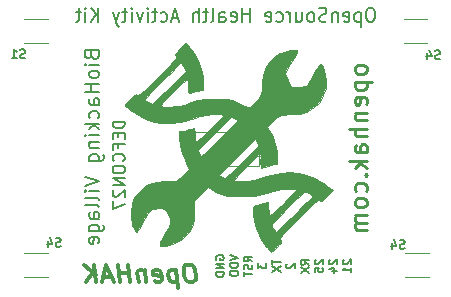
<source format=gbr>
G04 #@! TF.GenerationSoftware,KiCad,Pcbnew,(5.0.1-3-g963ef8bb5)*
G04 #@! TF.CreationDate,2019-06-17T11:31:16-10:00*
G04 #@! TF.ProjectId,OpenHAK_03,4F70656E48414B5F30332E6B69636164,rev?*
G04 #@! TF.SameCoordinates,Original*
G04 #@! TF.FileFunction,Legend,Bot*
G04 #@! TF.FilePolarity,Positive*
%FSLAX46Y46*%
G04 Gerber Fmt 4.6, Leading zero omitted, Abs format (unit mm)*
G04 Created by KiCad (PCBNEW (5.0.1-3-g963ef8bb5)) date Monday, June 17, 2019 at 11:31:16 AM*
%MOMM*%
%LPD*%
G01*
G04 APERTURE LIST*
%ADD10C,0.200000*%
%ADD11C,0.150000*%
%ADD12C,0.250000*%
%ADD13C,0.300000*%
%ADD14C,0.100000*%
%ADD15C,0.120000*%
%ADD16C,0.010000*%
G04 APERTURE END LIST*
D10*
X131752380Y-95977142D02*
X130752380Y-95977142D01*
X130752380Y-96215238D01*
X130800000Y-96358095D01*
X130895238Y-96453333D01*
X130990476Y-96500952D01*
X131180952Y-96548571D01*
X131323809Y-96548571D01*
X131514285Y-96500952D01*
X131609523Y-96453333D01*
X131704761Y-96358095D01*
X131752380Y-96215238D01*
X131752380Y-95977142D01*
X131228571Y-96977142D02*
X131228571Y-97310476D01*
X131752380Y-97453333D02*
X131752380Y-96977142D01*
X130752380Y-96977142D01*
X130752380Y-97453333D01*
X131228571Y-98215238D02*
X131228571Y-97881904D01*
X131752380Y-97881904D02*
X130752380Y-97881904D01*
X130752380Y-98358095D01*
X131657142Y-99310476D02*
X131704761Y-99262857D01*
X131752380Y-99120000D01*
X131752380Y-99024761D01*
X131704761Y-98881904D01*
X131609523Y-98786666D01*
X131514285Y-98739047D01*
X131323809Y-98691428D01*
X131180952Y-98691428D01*
X130990476Y-98739047D01*
X130895238Y-98786666D01*
X130800000Y-98881904D01*
X130752380Y-99024761D01*
X130752380Y-99120000D01*
X130800000Y-99262857D01*
X130847619Y-99310476D01*
X130752380Y-99929523D02*
X130752380Y-100120000D01*
X130800000Y-100215238D01*
X130895238Y-100310476D01*
X131085714Y-100358095D01*
X131419047Y-100358095D01*
X131609523Y-100310476D01*
X131704761Y-100215238D01*
X131752380Y-100120000D01*
X131752380Y-99929523D01*
X131704761Y-99834285D01*
X131609523Y-99739047D01*
X131419047Y-99691428D01*
X131085714Y-99691428D01*
X130895238Y-99739047D01*
X130800000Y-99834285D01*
X130752380Y-99929523D01*
X131752380Y-100786666D02*
X130752380Y-100786666D01*
X131752380Y-101358095D01*
X130752380Y-101358095D01*
X130847619Y-101786666D02*
X130800000Y-101834285D01*
X130752380Y-101929523D01*
X130752380Y-102167619D01*
X130800000Y-102262857D01*
X130847619Y-102310476D01*
X130942857Y-102358095D01*
X131038095Y-102358095D01*
X131180952Y-102310476D01*
X131752380Y-101739047D01*
X131752380Y-102358095D01*
X130752380Y-102691428D02*
X130752380Y-103358095D01*
X131752380Y-102929523D01*
D11*
X139490880Y-107660526D02*
X139457546Y-107593860D01*
X139457546Y-107493860D01*
X139490880Y-107393860D01*
X139557546Y-107327193D01*
X139624213Y-107293860D01*
X139757546Y-107260526D01*
X139857546Y-107260526D01*
X139990880Y-107293860D01*
X140057546Y-107327193D01*
X140124213Y-107393860D01*
X140157546Y-107493860D01*
X140157546Y-107560526D01*
X140124213Y-107660526D01*
X140090880Y-107693860D01*
X139857546Y-107693860D01*
X139857546Y-107560526D01*
X140157546Y-107993860D02*
X139457546Y-107993860D01*
X140157546Y-108393860D01*
X139457546Y-108393860D01*
X140157546Y-108727193D02*
X139457546Y-108727193D01*
X139457546Y-108893860D01*
X139490880Y-108993860D01*
X139557546Y-109060526D01*
X139624213Y-109093860D01*
X139757546Y-109127193D01*
X139857546Y-109127193D01*
X139990880Y-109093860D01*
X140057546Y-109060526D01*
X140124213Y-108993860D01*
X140157546Y-108893860D01*
X140157546Y-108727193D01*
X140657546Y-107260526D02*
X141357546Y-107493860D01*
X140657546Y-107727193D01*
X141357546Y-107960526D02*
X140657546Y-107960526D01*
X140657546Y-108127193D01*
X140690880Y-108227193D01*
X140757546Y-108293860D01*
X140824213Y-108327193D01*
X140957546Y-108360526D01*
X141057546Y-108360526D01*
X141190880Y-108327193D01*
X141257546Y-108293860D01*
X141324213Y-108227193D01*
X141357546Y-108127193D01*
X141357546Y-107960526D01*
X141357546Y-108660526D02*
X140657546Y-108660526D01*
X140657546Y-108827193D01*
X140690880Y-108927193D01*
X140757546Y-108993860D01*
X140824213Y-109027193D01*
X140957546Y-109060526D01*
X141057546Y-109060526D01*
X141190880Y-109027193D01*
X141257546Y-108993860D01*
X141324213Y-108927193D01*
X141357546Y-108827193D01*
X141357546Y-108660526D01*
X142557546Y-107810526D02*
X142224213Y-107577193D01*
X142557546Y-107410526D02*
X141857546Y-107410526D01*
X141857546Y-107677193D01*
X141890880Y-107743860D01*
X141924213Y-107777193D01*
X141990880Y-107810526D01*
X142090880Y-107810526D01*
X142157546Y-107777193D01*
X142190880Y-107743860D01*
X142224213Y-107677193D01*
X142224213Y-107410526D01*
X142524213Y-108077193D02*
X142557546Y-108177193D01*
X142557546Y-108343860D01*
X142524213Y-108410526D01*
X142490880Y-108443860D01*
X142424213Y-108477193D01*
X142357546Y-108477193D01*
X142290880Y-108443860D01*
X142257546Y-108410526D01*
X142224213Y-108343860D01*
X142190880Y-108210526D01*
X142157546Y-108143860D01*
X142124213Y-108110526D01*
X142057546Y-108077193D01*
X141990880Y-108077193D01*
X141924213Y-108110526D01*
X141890880Y-108143860D01*
X141857546Y-108210526D01*
X141857546Y-108377193D01*
X141890880Y-108477193D01*
X141857546Y-108677193D02*
X141857546Y-109077193D01*
X142557546Y-108877193D02*
X141857546Y-108877193D01*
X143057546Y-107960526D02*
X143057546Y-108393860D01*
X143324213Y-108160526D01*
X143324213Y-108260526D01*
X143357546Y-108327193D01*
X143390880Y-108360526D01*
X143457546Y-108393860D01*
X143624213Y-108393860D01*
X143690880Y-108360526D01*
X143724213Y-108327193D01*
X143757546Y-108260526D01*
X143757546Y-108060526D01*
X143724213Y-107993860D01*
X143690880Y-107960526D01*
X144257546Y-107660526D02*
X144257546Y-108060526D01*
X144957546Y-107860526D02*
X144257546Y-107860526D01*
X144257546Y-108227193D02*
X144957546Y-108693860D01*
X144257546Y-108693860D02*
X144957546Y-108227193D01*
X145524213Y-107993860D02*
X145490880Y-108027193D01*
X145457546Y-108093860D01*
X145457546Y-108260526D01*
X145490880Y-108327193D01*
X145524213Y-108360526D01*
X145590880Y-108393860D01*
X145657546Y-108393860D01*
X145757546Y-108360526D01*
X146157546Y-107960526D01*
X146157546Y-108393860D01*
X147357546Y-108077193D02*
X147024213Y-107843860D01*
X147357546Y-107677193D02*
X146657546Y-107677193D01*
X146657546Y-107943860D01*
X146690880Y-108010526D01*
X146724213Y-108043860D01*
X146790880Y-108077193D01*
X146890880Y-108077193D01*
X146957546Y-108043860D01*
X146990880Y-108010526D01*
X147024213Y-107943860D01*
X147024213Y-107677193D01*
X146657546Y-108310526D02*
X147357546Y-108777193D01*
X146657546Y-108777193D02*
X147357546Y-108310526D01*
X147924213Y-107660526D02*
X147890880Y-107693860D01*
X147857546Y-107760526D01*
X147857546Y-107927193D01*
X147890880Y-107993860D01*
X147924213Y-108027193D01*
X147990880Y-108060526D01*
X148057546Y-108060526D01*
X148157546Y-108027193D01*
X148557546Y-107627193D01*
X148557546Y-108060526D01*
X147857546Y-108693860D02*
X147857546Y-108360526D01*
X148190880Y-108327193D01*
X148157546Y-108360526D01*
X148124213Y-108427193D01*
X148124213Y-108593860D01*
X148157546Y-108660526D01*
X148190880Y-108693860D01*
X148257546Y-108727193D01*
X148424213Y-108727193D01*
X148490880Y-108693860D01*
X148524213Y-108660526D01*
X148557546Y-108593860D01*
X148557546Y-108427193D01*
X148524213Y-108360526D01*
X148490880Y-108327193D01*
X149124213Y-107660526D02*
X149090880Y-107693860D01*
X149057546Y-107760526D01*
X149057546Y-107927193D01*
X149090880Y-107993860D01*
X149124213Y-108027193D01*
X149190880Y-108060526D01*
X149257546Y-108060526D01*
X149357546Y-108027193D01*
X149757546Y-107627193D01*
X149757546Y-108060526D01*
X149290880Y-108660526D02*
X149757546Y-108660526D01*
X149024213Y-108493860D02*
X149524213Y-108327193D01*
X149524213Y-108760526D01*
X150324213Y-107660526D02*
X150290880Y-107693860D01*
X150257546Y-107760526D01*
X150257546Y-107927193D01*
X150290880Y-107993860D01*
X150324213Y-108027193D01*
X150390880Y-108060526D01*
X150457546Y-108060526D01*
X150557546Y-108027193D01*
X150957546Y-107627193D01*
X150957546Y-108060526D01*
X150957546Y-108727193D02*
X150957546Y-108327193D01*
X150957546Y-108527193D02*
X150257546Y-108527193D01*
X150357546Y-108460526D01*
X150424213Y-108393860D01*
X150457546Y-108327193D01*
D10*
X128954285Y-90348571D02*
X129011428Y-90520000D01*
X129068571Y-90577142D01*
X129182857Y-90634285D01*
X129354285Y-90634285D01*
X129468571Y-90577142D01*
X129525714Y-90520000D01*
X129582857Y-90405714D01*
X129582857Y-89948571D01*
X128382857Y-89948571D01*
X128382857Y-90348571D01*
X128440000Y-90462857D01*
X128497142Y-90520000D01*
X128611428Y-90577142D01*
X128725714Y-90577142D01*
X128840000Y-90520000D01*
X128897142Y-90462857D01*
X128954285Y-90348571D01*
X128954285Y-89948571D01*
X129582857Y-91148571D02*
X128782857Y-91148571D01*
X128382857Y-91148571D02*
X128440000Y-91091428D01*
X128497142Y-91148571D01*
X128440000Y-91205714D01*
X128382857Y-91148571D01*
X128497142Y-91148571D01*
X129582857Y-91891428D02*
X129525714Y-91777142D01*
X129468571Y-91720000D01*
X129354285Y-91662857D01*
X129011428Y-91662857D01*
X128897142Y-91720000D01*
X128840000Y-91777142D01*
X128782857Y-91891428D01*
X128782857Y-92062857D01*
X128840000Y-92177142D01*
X128897142Y-92234285D01*
X129011428Y-92291428D01*
X129354285Y-92291428D01*
X129468571Y-92234285D01*
X129525714Y-92177142D01*
X129582857Y-92062857D01*
X129582857Y-91891428D01*
X129582857Y-92805714D02*
X128382857Y-92805714D01*
X128954285Y-92805714D02*
X128954285Y-93491428D01*
X129582857Y-93491428D02*
X128382857Y-93491428D01*
X129582857Y-94577142D02*
X128954285Y-94577142D01*
X128840000Y-94520000D01*
X128782857Y-94405714D01*
X128782857Y-94177142D01*
X128840000Y-94062857D01*
X129525714Y-94577142D02*
X129582857Y-94462857D01*
X129582857Y-94177142D01*
X129525714Y-94062857D01*
X129411428Y-94005714D01*
X129297142Y-94005714D01*
X129182857Y-94062857D01*
X129125714Y-94177142D01*
X129125714Y-94462857D01*
X129068571Y-94577142D01*
X129525714Y-95662857D02*
X129582857Y-95548571D01*
X129582857Y-95320000D01*
X129525714Y-95205714D01*
X129468571Y-95148571D01*
X129354285Y-95091428D01*
X129011428Y-95091428D01*
X128897142Y-95148571D01*
X128840000Y-95205714D01*
X128782857Y-95320000D01*
X128782857Y-95548571D01*
X128840000Y-95662857D01*
X129582857Y-96177142D02*
X128382857Y-96177142D01*
X129125714Y-96291428D02*
X129582857Y-96634285D01*
X128782857Y-96634285D02*
X129240000Y-96177142D01*
X129582857Y-97148571D02*
X128782857Y-97148571D01*
X128382857Y-97148571D02*
X128440000Y-97091428D01*
X128497142Y-97148571D01*
X128440000Y-97205714D01*
X128382857Y-97148571D01*
X128497142Y-97148571D01*
X128782857Y-97720000D02*
X129582857Y-97720000D01*
X128897142Y-97720000D02*
X128840000Y-97777142D01*
X128782857Y-97891428D01*
X128782857Y-98062857D01*
X128840000Y-98177142D01*
X128954285Y-98234285D01*
X129582857Y-98234285D01*
X128782857Y-99320000D02*
X129754285Y-99320000D01*
X129868571Y-99262857D01*
X129925714Y-99205714D01*
X129982857Y-99091428D01*
X129982857Y-98920000D01*
X129925714Y-98805714D01*
X129525714Y-99320000D02*
X129582857Y-99205714D01*
X129582857Y-98977142D01*
X129525714Y-98862857D01*
X129468571Y-98805714D01*
X129354285Y-98748571D01*
X129011428Y-98748571D01*
X128897142Y-98805714D01*
X128840000Y-98862857D01*
X128782857Y-98977142D01*
X128782857Y-99205714D01*
X128840000Y-99320000D01*
X128382857Y-100634285D02*
X129582857Y-101034285D01*
X128382857Y-101434285D01*
X129582857Y-101834285D02*
X128782857Y-101834285D01*
X128382857Y-101834285D02*
X128440000Y-101777142D01*
X128497142Y-101834285D01*
X128440000Y-101891428D01*
X128382857Y-101834285D01*
X128497142Y-101834285D01*
X129582857Y-102577142D02*
X129525714Y-102462857D01*
X129411428Y-102405714D01*
X128382857Y-102405714D01*
X129582857Y-103205714D02*
X129525714Y-103091428D01*
X129411428Y-103034285D01*
X128382857Y-103034285D01*
X129582857Y-104177142D02*
X128954285Y-104177142D01*
X128840000Y-104120000D01*
X128782857Y-104005714D01*
X128782857Y-103777142D01*
X128840000Y-103662857D01*
X129525714Y-104177142D02*
X129582857Y-104062857D01*
X129582857Y-103777142D01*
X129525714Y-103662857D01*
X129411428Y-103605714D01*
X129297142Y-103605714D01*
X129182857Y-103662857D01*
X129125714Y-103777142D01*
X129125714Y-104062857D01*
X129068571Y-104177142D01*
X128782857Y-105262857D02*
X129754285Y-105262857D01*
X129868571Y-105205714D01*
X129925714Y-105148571D01*
X129982857Y-105034285D01*
X129982857Y-104862857D01*
X129925714Y-104748571D01*
X129525714Y-105262857D02*
X129582857Y-105148571D01*
X129582857Y-104920000D01*
X129525714Y-104805714D01*
X129468571Y-104748571D01*
X129354285Y-104691428D01*
X129011428Y-104691428D01*
X128897142Y-104748571D01*
X128840000Y-104805714D01*
X128782857Y-104920000D01*
X128782857Y-105148571D01*
X128840000Y-105262857D01*
X129525714Y-106291428D02*
X129582857Y-106177142D01*
X129582857Y-105948571D01*
X129525714Y-105834285D01*
X129411428Y-105777142D01*
X128954285Y-105777142D01*
X128840000Y-105834285D01*
X128782857Y-105948571D01*
X128782857Y-106177142D01*
X128840000Y-106291428D01*
X128954285Y-106348571D01*
X129068571Y-106348571D01*
X129182857Y-105777142D01*
D12*
X152244451Y-91443860D02*
X152173022Y-91301002D01*
X152101594Y-91229574D01*
X151958737Y-91158145D01*
X151530165Y-91158145D01*
X151387308Y-91229574D01*
X151315880Y-91301002D01*
X151244451Y-91443860D01*
X151244451Y-91658145D01*
X151315880Y-91801002D01*
X151387308Y-91872431D01*
X151530165Y-91943860D01*
X151958737Y-91943860D01*
X152101594Y-91872431D01*
X152173022Y-91801002D01*
X152244451Y-91658145D01*
X152244451Y-91443860D01*
X151244451Y-92586717D02*
X152744451Y-92586717D01*
X151315880Y-92586717D02*
X151244451Y-92729574D01*
X151244451Y-93015288D01*
X151315880Y-93158145D01*
X151387308Y-93229574D01*
X151530165Y-93301002D01*
X151958737Y-93301002D01*
X152101594Y-93229574D01*
X152173022Y-93158145D01*
X152244451Y-93015288D01*
X152244451Y-92729574D01*
X152173022Y-92586717D01*
X152173022Y-94515288D02*
X152244451Y-94372431D01*
X152244451Y-94086717D01*
X152173022Y-93943860D01*
X152030165Y-93872431D01*
X151458737Y-93872431D01*
X151315880Y-93943860D01*
X151244451Y-94086717D01*
X151244451Y-94372431D01*
X151315880Y-94515288D01*
X151458737Y-94586717D01*
X151601594Y-94586717D01*
X151744451Y-93872431D01*
X151244451Y-95229574D02*
X152244451Y-95229574D01*
X151387308Y-95229574D02*
X151315880Y-95301002D01*
X151244451Y-95443860D01*
X151244451Y-95658145D01*
X151315880Y-95801002D01*
X151458737Y-95872431D01*
X152244451Y-95872431D01*
X152244451Y-96586717D02*
X150744451Y-96586717D01*
X152244451Y-97229574D02*
X151458737Y-97229574D01*
X151315880Y-97158145D01*
X151244451Y-97015288D01*
X151244451Y-96801002D01*
X151315880Y-96658145D01*
X151387308Y-96586717D01*
X152244451Y-98586717D02*
X151458737Y-98586717D01*
X151315880Y-98515288D01*
X151244451Y-98372431D01*
X151244451Y-98086717D01*
X151315880Y-97943860D01*
X152173022Y-98586717D02*
X152244451Y-98443860D01*
X152244451Y-98086717D01*
X152173022Y-97943860D01*
X152030165Y-97872431D01*
X151887308Y-97872431D01*
X151744451Y-97943860D01*
X151673022Y-98086717D01*
X151673022Y-98443860D01*
X151601594Y-98586717D01*
X152244451Y-99301002D02*
X150744451Y-99301002D01*
X151673022Y-99443860D02*
X152244451Y-99872431D01*
X151244451Y-99872431D02*
X151815880Y-99301002D01*
X152101594Y-100515288D02*
X152173022Y-100586717D01*
X152244451Y-100515288D01*
X152173022Y-100443860D01*
X152101594Y-100515288D01*
X152244451Y-100515288D01*
X152173022Y-101872431D02*
X152244451Y-101729574D01*
X152244451Y-101443860D01*
X152173022Y-101301002D01*
X152101594Y-101229574D01*
X151958737Y-101158145D01*
X151530165Y-101158145D01*
X151387308Y-101229574D01*
X151315880Y-101301002D01*
X151244451Y-101443860D01*
X151244451Y-101729574D01*
X151315880Y-101872431D01*
X152244451Y-102729574D02*
X152173022Y-102586717D01*
X152101594Y-102515288D01*
X151958737Y-102443860D01*
X151530165Y-102443860D01*
X151387308Y-102515288D01*
X151315880Y-102586717D01*
X151244451Y-102729574D01*
X151244451Y-102943860D01*
X151315880Y-103086717D01*
X151387308Y-103158145D01*
X151530165Y-103229574D01*
X151958737Y-103229574D01*
X152101594Y-103158145D01*
X152173022Y-103086717D01*
X152244451Y-102943860D01*
X152244451Y-102729574D01*
X152244451Y-103872431D02*
X151244451Y-103872431D01*
X151387308Y-103872431D02*
X151315880Y-103943860D01*
X151244451Y-104086717D01*
X151244451Y-104301002D01*
X151315880Y-104443860D01*
X151458737Y-104515288D01*
X152244451Y-104515288D01*
X151458737Y-104515288D02*
X151315880Y-104586717D01*
X151244451Y-104729574D01*
X151244451Y-104943860D01*
X151315880Y-105086717D01*
X151458737Y-105158145D01*
X152244451Y-105158145D01*
D10*
X152675714Y-86332857D02*
X152466190Y-86332857D01*
X152361428Y-86390000D01*
X152256666Y-86504285D01*
X152204285Y-86732857D01*
X152204285Y-87132857D01*
X152256666Y-87361428D01*
X152361428Y-87475714D01*
X152466190Y-87532857D01*
X152675714Y-87532857D01*
X152780476Y-87475714D01*
X152885238Y-87361428D01*
X152937619Y-87132857D01*
X152937619Y-86732857D01*
X152885238Y-86504285D01*
X152780476Y-86390000D01*
X152675714Y-86332857D01*
X151732857Y-86732857D02*
X151732857Y-87932857D01*
X151732857Y-86790000D02*
X151628095Y-86732857D01*
X151418571Y-86732857D01*
X151313809Y-86790000D01*
X151261428Y-86847142D01*
X151209047Y-86961428D01*
X151209047Y-87304285D01*
X151261428Y-87418571D01*
X151313809Y-87475714D01*
X151418571Y-87532857D01*
X151628095Y-87532857D01*
X151732857Y-87475714D01*
X150318571Y-87475714D02*
X150423333Y-87532857D01*
X150632857Y-87532857D01*
X150737619Y-87475714D01*
X150790000Y-87361428D01*
X150790000Y-86904285D01*
X150737619Y-86790000D01*
X150632857Y-86732857D01*
X150423333Y-86732857D01*
X150318571Y-86790000D01*
X150266190Y-86904285D01*
X150266190Y-87018571D01*
X150790000Y-87132857D01*
X149794761Y-86732857D02*
X149794761Y-87532857D01*
X149794761Y-86847142D02*
X149742380Y-86790000D01*
X149637619Y-86732857D01*
X149480476Y-86732857D01*
X149375714Y-86790000D01*
X149323333Y-86904285D01*
X149323333Y-87532857D01*
X148851904Y-87475714D02*
X148694761Y-87532857D01*
X148432857Y-87532857D01*
X148328095Y-87475714D01*
X148275714Y-87418571D01*
X148223333Y-87304285D01*
X148223333Y-87190000D01*
X148275714Y-87075714D01*
X148328095Y-87018571D01*
X148432857Y-86961428D01*
X148642380Y-86904285D01*
X148747142Y-86847142D01*
X148799523Y-86790000D01*
X148851904Y-86675714D01*
X148851904Y-86561428D01*
X148799523Y-86447142D01*
X148747142Y-86390000D01*
X148642380Y-86332857D01*
X148380476Y-86332857D01*
X148223333Y-86390000D01*
X147594761Y-87532857D02*
X147699523Y-87475714D01*
X147751904Y-87418571D01*
X147804285Y-87304285D01*
X147804285Y-86961428D01*
X147751904Y-86847142D01*
X147699523Y-86790000D01*
X147594761Y-86732857D01*
X147437619Y-86732857D01*
X147332857Y-86790000D01*
X147280476Y-86847142D01*
X147228095Y-86961428D01*
X147228095Y-87304285D01*
X147280476Y-87418571D01*
X147332857Y-87475714D01*
X147437619Y-87532857D01*
X147594761Y-87532857D01*
X146285238Y-86732857D02*
X146285238Y-87532857D01*
X146756666Y-86732857D02*
X146756666Y-87361428D01*
X146704285Y-87475714D01*
X146599523Y-87532857D01*
X146442380Y-87532857D01*
X146337619Y-87475714D01*
X146285238Y-87418571D01*
X145761428Y-87532857D02*
X145761428Y-86732857D01*
X145761428Y-86961428D02*
X145709047Y-86847142D01*
X145656666Y-86790000D01*
X145551904Y-86732857D01*
X145447142Y-86732857D01*
X144609047Y-87475714D02*
X144713809Y-87532857D01*
X144923333Y-87532857D01*
X145028095Y-87475714D01*
X145080476Y-87418571D01*
X145132857Y-87304285D01*
X145132857Y-86961428D01*
X145080476Y-86847142D01*
X145028095Y-86790000D01*
X144923333Y-86732857D01*
X144713809Y-86732857D01*
X144609047Y-86790000D01*
X143718571Y-87475714D02*
X143823333Y-87532857D01*
X144032857Y-87532857D01*
X144137619Y-87475714D01*
X144190000Y-87361428D01*
X144190000Y-86904285D01*
X144137619Y-86790000D01*
X144032857Y-86732857D01*
X143823333Y-86732857D01*
X143718571Y-86790000D01*
X143666190Y-86904285D01*
X143666190Y-87018571D01*
X144190000Y-87132857D01*
X142356666Y-87532857D02*
X142356666Y-86332857D01*
X142356666Y-86904285D02*
X141728095Y-86904285D01*
X141728095Y-87532857D02*
X141728095Y-86332857D01*
X140785238Y-87475714D02*
X140890000Y-87532857D01*
X141099523Y-87532857D01*
X141204285Y-87475714D01*
X141256666Y-87361428D01*
X141256666Y-86904285D01*
X141204285Y-86790000D01*
X141099523Y-86732857D01*
X140890000Y-86732857D01*
X140785238Y-86790000D01*
X140732857Y-86904285D01*
X140732857Y-87018571D01*
X141256666Y-87132857D01*
X139790000Y-87532857D02*
X139790000Y-86904285D01*
X139842380Y-86790000D01*
X139947142Y-86732857D01*
X140156666Y-86732857D01*
X140261428Y-86790000D01*
X139790000Y-87475714D02*
X139894761Y-87532857D01*
X140156666Y-87532857D01*
X140261428Y-87475714D01*
X140313809Y-87361428D01*
X140313809Y-87247142D01*
X140261428Y-87132857D01*
X140156666Y-87075714D01*
X139894761Y-87075714D01*
X139790000Y-87018571D01*
X139109047Y-87532857D02*
X139213809Y-87475714D01*
X139266190Y-87361428D01*
X139266190Y-86332857D01*
X138847142Y-86732857D02*
X138428095Y-86732857D01*
X138690000Y-86332857D02*
X138690000Y-87361428D01*
X138637619Y-87475714D01*
X138532857Y-87532857D01*
X138428095Y-87532857D01*
X138061428Y-87532857D02*
X138061428Y-86332857D01*
X137590000Y-87532857D02*
X137590000Y-86904285D01*
X137642380Y-86790000D01*
X137747142Y-86732857D01*
X137904285Y-86732857D01*
X138009047Y-86790000D01*
X138061428Y-86847142D01*
X136280476Y-87190000D02*
X135756666Y-87190000D01*
X136385238Y-87532857D02*
X136018571Y-86332857D01*
X135651904Y-87532857D01*
X134813809Y-87475714D02*
X134918571Y-87532857D01*
X135128095Y-87532857D01*
X135232857Y-87475714D01*
X135285238Y-87418571D01*
X135337619Y-87304285D01*
X135337619Y-86961428D01*
X135285238Y-86847142D01*
X135232857Y-86790000D01*
X135128095Y-86732857D01*
X134918571Y-86732857D01*
X134813809Y-86790000D01*
X134499523Y-86732857D02*
X134080476Y-86732857D01*
X134342380Y-86332857D02*
X134342380Y-87361428D01*
X134290000Y-87475714D01*
X134185238Y-87532857D01*
X134080476Y-87532857D01*
X133713809Y-87532857D02*
X133713809Y-86732857D01*
X133713809Y-86332857D02*
X133766190Y-86390000D01*
X133713809Y-86447142D01*
X133661428Y-86390000D01*
X133713809Y-86332857D01*
X133713809Y-86447142D01*
X133294761Y-86732857D02*
X133032857Y-87532857D01*
X132770952Y-86732857D01*
X132351904Y-87532857D02*
X132351904Y-86732857D01*
X132351904Y-86332857D02*
X132404285Y-86390000D01*
X132351904Y-86447142D01*
X132299523Y-86390000D01*
X132351904Y-86332857D01*
X132351904Y-86447142D01*
X131985238Y-86732857D02*
X131566190Y-86732857D01*
X131828095Y-86332857D02*
X131828095Y-87361428D01*
X131775714Y-87475714D01*
X131670952Y-87532857D01*
X131566190Y-87532857D01*
X131304285Y-86732857D02*
X131042380Y-87532857D01*
X130780476Y-86732857D02*
X131042380Y-87532857D01*
X131147142Y-87818571D01*
X131199523Y-87875714D01*
X131304285Y-87932857D01*
X129523333Y-87532857D02*
X129523333Y-86332857D01*
X128894761Y-87532857D02*
X129366190Y-86847142D01*
X128894761Y-86332857D02*
X129523333Y-87018571D01*
X128423333Y-87532857D02*
X128423333Y-86732857D01*
X128423333Y-86332857D02*
X128475714Y-86390000D01*
X128423333Y-86447142D01*
X128370952Y-86390000D01*
X128423333Y-86332857D01*
X128423333Y-86447142D01*
X128056666Y-86732857D02*
X127637619Y-86732857D01*
X127899523Y-86332857D02*
X127899523Y-87361428D01*
X127847142Y-87475714D01*
X127742380Y-87532857D01*
X127637619Y-87532857D01*
D13*
X137330880Y-108072431D02*
X137045165Y-108072431D01*
X136911237Y-108143860D01*
X136786237Y-108286717D01*
X136750522Y-108572431D01*
X136813022Y-109072431D01*
X136920165Y-109358145D01*
X137080880Y-109501002D01*
X137232665Y-109572431D01*
X137518380Y-109572431D01*
X137652308Y-109501002D01*
X137777308Y-109358145D01*
X137813022Y-109072431D01*
X137750522Y-108572431D01*
X137643380Y-108286717D01*
X137482665Y-108143860D01*
X137330880Y-108072431D01*
X136107665Y-108572431D02*
X136295165Y-110072431D01*
X136116594Y-108643860D02*
X135964808Y-108572431D01*
X135679094Y-108572431D01*
X135545165Y-108643860D01*
X135482665Y-108715288D01*
X135429094Y-108858145D01*
X135482665Y-109286717D01*
X135571951Y-109429574D01*
X135652308Y-109501002D01*
X135804094Y-109572431D01*
X136089808Y-109572431D01*
X136223737Y-109501002D01*
X134295165Y-109501002D02*
X134446951Y-109572431D01*
X134732665Y-109572431D01*
X134866594Y-109501002D01*
X134920165Y-109358145D01*
X134848737Y-108786717D01*
X134759451Y-108643860D01*
X134607665Y-108572431D01*
X134321951Y-108572431D01*
X134188022Y-108643860D01*
X134134451Y-108786717D01*
X134152308Y-108929574D01*
X134884451Y-109072431D01*
X133464808Y-108572431D02*
X133589808Y-109572431D01*
X133482665Y-108715288D02*
X133402308Y-108643860D01*
X133250522Y-108572431D01*
X133036237Y-108572431D01*
X132902308Y-108643860D01*
X132848737Y-108786717D01*
X132946951Y-109572431D01*
X132232665Y-109572431D02*
X132045165Y-108072431D01*
X132134451Y-108786717D02*
X131277308Y-108786717D01*
X131375522Y-109572431D02*
X131188022Y-108072431D01*
X130679094Y-109143860D02*
X129964808Y-109143860D01*
X130875522Y-109572431D02*
X130188022Y-108072431D01*
X129875522Y-109572431D01*
X129375522Y-109572431D02*
X129188022Y-108072431D01*
X128518380Y-109572431D02*
X129054094Y-108715288D01*
X128330880Y-108072431D02*
X129295165Y-108929574D01*
D14*
G04 #@! TO.C,U2*
X143103880Y-96836860D02*
X137703880Y-96836860D01*
X143103880Y-99736860D02*
X143103880Y-96836860D01*
X137703880Y-96836860D02*
X137703880Y-99736860D01*
X137703880Y-99736860D02*
X143103880Y-99736860D01*
D15*
G04 #@! TO.C,S4*
X157392880Y-89307860D02*
X155392880Y-89307860D01*
X155392880Y-87267860D02*
X157392880Y-87267860D01*
X157519880Y-109119860D02*
X155519880Y-109119860D01*
X155519880Y-107079860D02*
X157519880Y-107079860D01*
X125261880Y-109119860D02*
X123261880Y-109119860D01*
X123261880Y-107079860D02*
X125261880Y-107079860D01*
G04 #@! TO.C,S1*
X125261880Y-89307860D02*
X123261880Y-89307860D01*
X123261880Y-87267860D02*
X125261880Y-87267860D01*
D16*
G04 #@! TO.C,G\002A\002A\002A*
G36*
X148920400Y-101428344D02*
X148605974Y-101201917D01*
X148221900Y-100966103D01*
X147881183Y-100786779D01*
X147139876Y-100484022D01*
X146433001Y-100300507D01*
X145727035Y-100235236D01*
X144988456Y-100287211D01*
X144183740Y-100455432D01*
X143518000Y-100656828D01*
X143027877Y-100814485D01*
X142645434Y-100919414D01*
X142321159Y-100981851D01*
X142005539Y-101012033D01*
X141764114Y-101019439D01*
X141434952Y-101016327D01*
X141173064Y-101000404D01*
X141022825Y-100974809D01*
X141006227Y-100965783D01*
X141045675Y-100892921D01*
X141184546Y-100724528D01*
X141400904Y-100483165D01*
X141672813Y-100191391D01*
X141978334Y-99871767D01*
X142295532Y-99546851D01*
X142602469Y-99239204D01*
X142877208Y-98971386D01*
X143097813Y-98765957D01*
X143242347Y-98645476D01*
X143283990Y-98623333D01*
X143315100Y-98701033D01*
X143338020Y-98906355D01*
X143348445Y-99197634D01*
X143348666Y-99249455D01*
X143348666Y-99875577D01*
X143864210Y-99715122D01*
X144161323Y-99630310D01*
X144412129Y-99572154D01*
X144541543Y-99554666D01*
X144638571Y-99530215D01*
X144687176Y-99429678D01*
X144702778Y-99212285D01*
X144703333Y-99126880D01*
X144650646Y-98524262D01*
X144506128Y-97873619D01*
X144290096Y-97253800D01*
X144139442Y-96938404D01*
X143845840Y-96396475D01*
X144253420Y-95979539D01*
X144486633Y-95751912D01*
X144696728Y-95565580D01*
X144830333Y-95466126D01*
X144983420Y-95424608D01*
X145261398Y-95389502D01*
X145619836Y-95365368D01*
X145888666Y-95357525D01*
X146314254Y-95346577D01*
X146622277Y-95321244D01*
X146864424Y-95272273D01*
X147092385Y-95190412D01*
X147266355Y-95110911D01*
X147817075Y-94759983D01*
X148261757Y-94300920D01*
X148589464Y-93760454D01*
X148789258Y-93165320D01*
X148850203Y-92542251D01*
X148761363Y-91917983D01*
X148677054Y-91662634D01*
X148553614Y-91359136D01*
X148451652Y-91169800D01*
X148353342Y-91100786D01*
X148240859Y-91158254D01*
X148096378Y-91348361D01*
X147902075Y-91677269D01*
X147728523Y-91990388D01*
X147176983Y-92993000D01*
X146505118Y-93017354D01*
X145833254Y-93041709D01*
X145605696Y-92461703D01*
X145378139Y-91881698D01*
X145887403Y-90941652D01*
X146080435Y-90580704D01*
X146239885Y-90273734D01*
X146350297Y-90051142D01*
X146396215Y-89943330D01*
X146396666Y-89939893D01*
X146321857Y-89903182D01*
X146126149Y-89902333D01*
X145852626Y-89930973D01*
X145544371Y-89982725D01*
X145244466Y-90051215D01*
X144995994Y-90130067D01*
X144934894Y-90156206D01*
X144407735Y-90493622D01*
X143970144Y-90952454D01*
X143639709Y-91500847D01*
X143434016Y-92106944D01*
X143370653Y-92738888D01*
X143385604Y-92962475D01*
X143400265Y-93341297D01*
X143335631Y-93659881D01*
X143172613Y-93962785D01*
X142892124Y-94294566D01*
X142755906Y-94432426D01*
X142336658Y-94845369D01*
X141720829Y-94539631D01*
X141240429Y-94316687D01*
X140823061Y-94166897D01*
X140409815Y-94077130D01*
X139941782Y-94034257D01*
X139411666Y-94024944D01*
X138635274Y-94059247D01*
X137964410Y-94164313D01*
X137346549Y-94350147D01*
X137041000Y-94476515D01*
X136767276Y-94577407D01*
X136448991Y-94645623D01*
X136038595Y-94689491D01*
X135718927Y-94708026D01*
X135323313Y-94718882D01*
X135012765Y-94712862D01*
X134819010Y-94691244D01*
X134770978Y-94669853D01*
X134810908Y-94587577D01*
X134951509Y-94413453D01*
X135170413Y-94169839D01*
X135445253Y-93879091D01*
X135753662Y-93563567D01*
X136073271Y-93245622D01*
X136381714Y-92947614D01*
X136656622Y-92691900D01*
X136875629Y-92500837D01*
X137016366Y-92396781D01*
X137055406Y-92386517D01*
X137088314Y-92498009D01*
X137112377Y-92727135D01*
X137121849Y-92995774D01*
X137131304Y-93275106D01*
X137152305Y-93472295D01*
X137178781Y-93542869D01*
X137281828Y-93525676D01*
X137504090Y-93479919D01*
X137799776Y-93415068D01*
X137834947Y-93407147D01*
X138438000Y-93270960D01*
X138438000Y-92696398D01*
X138390537Y-92155120D01*
X138261094Y-91555785D01*
X138069087Y-90975955D01*
X137929380Y-90664666D01*
X137803700Y-90449101D01*
X137614012Y-90158917D01*
X137399460Y-89853786D01*
X137380801Y-89828354D01*
X136983097Y-89288374D01*
X136489585Y-89776737D01*
X136245875Y-90025634D01*
X136109262Y-90192126D01*
X136060918Y-90307014D01*
X136082013Y-90401101D01*
X136094605Y-90422873D01*
X136113057Y-90481380D01*
X136094126Y-90560355D01*
X136025678Y-90673973D01*
X135895577Y-90836409D01*
X135691689Y-91061837D01*
X135401878Y-91364432D01*
X135014008Y-91758370D01*
X134569653Y-92204130D01*
X134081112Y-92690880D01*
X133696909Y-93068387D01*
X133403114Y-93348596D01*
X133185797Y-93543451D01*
X133031029Y-93664897D01*
X132924880Y-93724880D01*
X132853419Y-93735343D01*
X132809067Y-93713829D01*
X132724440Y-93669912D01*
X132623413Y-93694404D01*
X132474528Y-93805274D01*
X132246325Y-94020490D01*
X132210649Y-94055630D01*
X131991121Y-94277941D01*
X131828322Y-94453304D01*
X131751861Y-94549561D01*
X131749535Y-94556441D01*
X131810405Y-94628451D01*
X131969814Y-94773832D01*
X132193296Y-94961153D01*
X132194035Y-94961752D01*
X132654763Y-95284594D01*
X133194168Y-95583732D01*
X133747591Y-95827239D01*
X134049359Y-95920838D01*
X134049359Y-94474666D01*
X133895499Y-94433462D01*
X133701452Y-94335144D01*
X133530088Y-94217658D01*
X133444276Y-94118950D01*
X133442666Y-94108492D01*
X133499908Y-94030028D01*
X133660947Y-93848911D01*
X133909753Y-93582136D01*
X134230296Y-93246696D01*
X134606547Y-92859585D01*
X134942860Y-92518080D01*
X135354906Y-92104516D01*
X135728793Y-91733979D01*
X136047823Y-91422633D01*
X136295300Y-91186642D01*
X136454529Y-91042171D01*
X136507472Y-91003333D01*
X136580655Y-91071985D01*
X136692518Y-91245969D01*
X136750916Y-91354250D01*
X136929941Y-91705168D01*
X135547099Y-93089917D01*
X135148200Y-93484577D01*
X134784399Y-93835449D01*
X134473990Y-94125616D01*
X134235271Y-94338164D01*
X134086537Y-94456177D01*
X134049359Y-94474666D01*
X134049359Y-95920838D01*
X134250377Y-95983189D01*
X134272334Y-95987968D01*
X134945622Y-96076100D01*
X135688344Y-96080832D01*
X136442587Y-96007548D01*
X137150441Y-95861632D01*
X137709753Y-95668380D01*
X138132222Y-95524384D01*
X138634753Y-95415666D01*
X139148734Y-95352513D01*
X139605554Y-95345211D01*
X139760981Y-95360838D01*
X140157175Y-95420251D01*
X138981202Y-96598478D01*
X138557396Y-97021554D01*
X138238375Y-97329543D01*
X138009096Y-97527001D01*
X137854514Y-97618484D01*
X137759582Y-97608548D01*
X137709256Y-97501747D01*
X137688491Y-97302638D01*
X137682241Y-97015776D01*
X137681951Y-96991887D01*
X137676000Y-96503440D01*
X137443166Y-96559099D01*
X137215371Y-96627305D01*
X137067733Y-96687712D01*
X136880245Y-96741101D01*
X136665566Y-96760666D01*
X136406000Y-96760666D01*
X136406000Y-97312072D01*
X136461492Y-97929634D01*
X136614817Y-98593991D01*
X136846247Y-99230065D01*
X136984145Y-99512298D01*
X137232389Y-99970631D01*
X136699522Y-100482315D01*
X136446259Y-100715095D01*
X136229198Y-100895734D01*
X136083304Y-100995842D01*
X136053495Y-101006898D01*
X135924327Y-101013178D01*
X135668343Y-101019635D01*
X135328060Y-101025330D01*
X135093666Y-101028064D01*
X134520508Y-101058451D01*
X134062555Y-101149447D01*
X133670946Y-101319763D01*
X133296817Y-101588111D01*
X133055764Y-101808463D01*
X132709057Y-102197290D01*
X132480038Y-102594736D01*
X132350595Y-103047296D01*
X132302617Y-103601470D01*
X132301198Y-103745666D01*
X132311036Y-104165426D01*
X132345925Y-104473389D01*
X132415242Y-104726366D01*
X132493387Y-104909833D01*
X132615217Y-105136028D01*
X132720895Y-105281912D01*
X132765871Y-105312000D01*
X132840782Y-105242362D01*
X132967726Y-105057446D01*
X133122645Y-104793249D01*
X133165921Y-104713420D01*
X133418797Y-104241135D01*
X133612054Y-103896454D01*
X133766379Y-103657900D01*
X133902459Y-103504000D01*
X134040983Y-103413276D01*
X134202638Y-103364254D01*
X134408112Y-103335458D01*
X134503196Y-103325222D01*
X134868356Y-103302986D01*
X135114596Y-103348935D01*
X135287231Y-103490783D01*
X135431579Y-103756245D01*
X135504958Y-103937880D01*
X135580713Y-104139078D01*
X135626785Y-104303757D01*
X135635282Y-104459752D01*
X135598311Y-104634899D01*
X135507981Y-104857033D01*
X135356400Y-105153991D01*
X135135676Y-105553607D01*
X134956424Y-105872639D01*
X134790441Y-106182402D01*
X134724594Y-106372384D01*
X134770015Y-106466863D01*
X134937838Y-106490115D01*
X135229224Y-106467465D01*
X135782644Y-106342214D01*
X136326075Y-106099405D01*
X136801415Y-105769427D01*
X137054446Y-105512786D01*
X137346010Y-105091482D01*
X137537902Y-104642652D01*
X137643455Y-104122752D01*
X137675998Y-103488239D01*
X137676000Y-103482526D01*
X137676000Y-102670869D01*
X138251086Y-102075184D01*
X138251086Y-98877333D01*
X138172256Y-98810695D01*
X138067415Y-98649845D01*
X138064533Y-98644500D01*
X137939657Y-98411666D01*
X140784033Y-95558246D01*
X141062294Y-95702140D01*
X141340554Y-95846034D01*
X139826659Y-97361684D01*
X139411977Y-97774503D01*
X139035799Y-98144526D01*
X138714810Y-98455700D01*
X138465697Y-98691973D01*
X138305148Y-98837293D01*
X138251086Y-98877333D01*
X138251086Y-102075184D01*
X138795202Y-101511577D01*
X139103561Y-101706235D01*
X139349758Y-101839721D01*
X139678357Y-101990161D01*
X139962127Y-102103614D01*
X140208664Y-102187273D01*
X140298996Y-102209494D01*
X140298996Y-100740000D01*
X140154930Y-100710140D01*
X139975159Y-100641378D01*
X139832172Y-100564943D01*
X139792666Y-100521878D01*
X139849741Y-100449640D01*
X140010316Y-100274141D01*
X140258414Y-100012117D01*
X140578060Y-99680305D01*
X140953278Y-99295441D01*
X141289793Y-98953449D01*
X141700867Y-98539619D01*
X142073472Y-98168856D01*
X142390992Y-97857339D01*
X142636814Y-97621250D01*
X142794324Y-97476768D01*
X142845855Y-97438000D01*
X142912968Y-97506842D01*
X142997062Y-97665741D01*
X143066886Y-97843259D01*
X143091188Y-97967956D01*
X143084896Y-97984418D01*
X143018608Y-98051705D01*
X142850790Y-98222084D01*
X142598732Y-98478001D01*
X142279724Y-98801902D01*
X141911057Y-99176232D01*
X141711651Y-99378704D01*
X141322727Y-99770503D01*
X140971745Y-100118183D01*
X140676504Y-100404592D01*
X140454802Y-100612579D01*
X140324437Y-100724992D01*
X140298996Y-100740000D01*
X140298996Y-102209494D01*
X140441233Y-102244484D01*
X140701274Y-102280085D01*
X141030231Y-102298919D01*
X141469546Y-102305825D01*
X141697666Y-102306333D01*
X142176209Y-102304434D01*
X142534573Y-102293719D01*
X142821910Y-102266668D01*
X143087372Y-102215755D01*
X143380108Y-102133459D01*
X143749269Y-102012256D01*
X143856666Y-101975875D01*
X144334609Y-101821265D01*
X144711187Y-101721218D01*
X145041108Y-101664605D01*
X145379078Y-101640295D01*
X145521333Y-101637209D01*
X145850206Y-101641098D01*
X146112526Y-101658698D01*
X146263339Y-101686533D01*
X146279605Y-101695828D01*
X146247801Y-101775921D01*
X146113462Y-101947513D01*
X145899269Y-102188110D01*
X145627907Y-102475219D01*
X145322056Y-102786347D01*
X145004399Y-103098998D01*
X144697619Y-103390681D01*
X144424397Y-103638900D01*
X144207417Y-103821163D01*
X144069360Y-103914976D01*
X144035747Y-103921024D01*
X143985088Y-103809397D01*
X143951270Y-103576020D01*
X143941333Y-103321900D01*
X143941333Y-102781127D01*
X143539167Y-102898140D01*
X143241497Y-102974906D01*
X142965960Y-103030301D01*
X142883000Y-103041743D01*
X142695375Y-103091278D01*
X142615715Y-103224373D01*
X142599825Y-103322333D01*
X142604422Y-103798553D01*
X142703970Y-104358622D01*
X142882522Y-104958420D01*
X143124132Y-105553832D01*
X143412853Y-106100737D01*
X143732737Y-106555018D01*
X143793511Y-106624780D01*
X144160040Y-107029624D01*
X144571409Y-106635207D01*
X144571409Y-105312000D01*
X144487323Y-105244843D01*
X144372724Y-105084460D01*
X144265604Y-104892486D01*
X144203953Y-104730555D01*
X144200748Y-104710651D01*
X144255769Y-104638032D01*
X144412943Y-104462608D01*
X144655575Y-104202192D01*
X144966969Y-103874594D01*
X145330427Y-103497628D01*
X145530088Y-103292485D01*
X145925558Y-102894045D01*
X146287111Y-102542316D01*
X146596203Y-102254360D01*
X146834292Y-102047237D01*
X146982837Y-101938008D01*
X147015959Y-101925333D01*
X147183634Y-101959878D01*
X147389410Y-102042991D01*
X147570466Y-102143893D01*
X147663978Y-102231803D01*
X147666666Y-102244149D01*
X147608840Y-102323868D01*
X147448581Y-102501084D01*
X147205722Y-102756141D01*
X146900097Y-103069381D01*
X146551537Y-103421147D01*
X146179876Y-103791783D01*
X145804945Y-104161631D01*
X145446578Y-104511034D01*
X145124607Y-104820336D01*
X144858865Y-105069880D01*
X144669184Y-105240008D01*
X144575397Y-105311063D01*
X144571409Y-105312000D01*
X144571409Y-106635207D01*
X144618708Y-106589857D01*
X144851118Y-106360446D01*
X144976866Y-106209599D01*
X145015389Y-106102865D01*
X144986125Y-106005791D01*
X144966751Y-105972951D01*
X144940699Y-105913474D01*
X144944281Y-105843132D01*
X144989743Y-105747350D01*
X145089337Y-105611553D01*
X145255310Y-105421165D01*
X145499912Y-105161612D01*
X145835391Y-104818319D01*
X146273997Y-104376711D01*
X146490636Y-104159687D01*
X146979502Y-103671960D01*
X147363937Y-103293363D01*
X147657901Y-103011955D01*
X147875349Y-102815797D01*
X148030242Y-102692948D01*
X148136537Y-102631469D01*
X148208191Y-102619418D01*
X148259164Y-102644856D01*
X148260288Y-102645864D01*
X148339911Y-102694167D01*
X148433270Y-102677415D01*
X148570389Y-102577812D01*
X148781292Y-102377565D01*
X148879765Y-102278722D01*
X149364101Y-101789278D01*
X148920400Y-101428344D01*
X148920400Y-101428344D01*
G37*
X148920400Y-101428344D02*
X148605974Y-101201917D01*
X148221900Y-100966103D01*
X147881183Y-100786779D01*
X147139876Y-100484022D01*
X146433001Y-100300507D01*
X145727035Y-100235236D01*
X144988456Y-100287211D01*
X144183740Y-100455432D01*
X143518000Y-100656828D01*
X143027877Y-100814485D01*
X142645434Y-100919414D01*
X142321159Y-100981851D01*
X142005539Y-101012033D01*
X141764114Y-101019439D01*
X141434952Y-101016327D01*
X141173064Y-101000404D01*
X141022825Y-100974809D01*
X141006227Y-100965783D01*
X141045675Y-100892921D01*
X141184546Y-100724528D01*
X141400904Y-100483165D01*
X141672813Y-100191391D01*
X141978334Y-99871767D01*
X142295532Y-99546851D01*
X142602469Y-99239204D01*
X142877208Y-98971386D01*
X143097813Y-98765957D01*
X143242347Y-98645476D01*
X143283990Y-98623333D01*
X143315100Y-98701033D01*
X143338020Y-98906355D01*
X143348445Y-99197634D01*
X143348666Y-99249455D01*
X143348666Y-99875577D01*
X143864210Y-99715122D01*
X144161323Y-99630310D01*
X144412129Y-99572154D01*
X144541543Y-99554666D01*
X144638571Y-99530215D01*
X144687176Y-99429678D01*
X144702778Y-99212285D01*
X144703333Y-99126880D01*
X144650646Y-98524262D01*
X144506128Y-97873619D01*
X144290096Y-97253800D01*
X144139442Y-96938404D01*
X143845840Y-96396475D01*
X144253420Y-95979539D01*
X144486633Y-95751912D01*
X144696728Y-95565580D01*
X144830333Y-95466126D01*
X144983420Y-95424608D01*
X145261398Y-95389502D01*
X145619836Y-95365368D01*
X145888666Y-95357525D01*
X146314254Y-95346577D01*
X146622277Y-95321244D01*
X146864424Y-95272273D01*
X147092385Y-95190412D01*
X147266355Y-95110911D01*
X147817075Y-94759983D01*
X148261757Y-94300920D01*
X148589464Y-93760454D01*
X148789258Y-93165320D01*
X148850203Y-92542251D01*
X148761363Y-91917983D01*
X148677054Y-91662634D01*
X148553614Y-91359136D01*
X148451652Y-91169800D01*
X148353342Y-91100786D01*
X148240859Y-91158254D01*
X148096378Y-91348361D01*
X147902075Y-91677269D01*
X147728523Y-91990388D01*
X147176983Y-92993000D01*
X146505118Y-93017354D01*
X145833254Y-93041709D01*
X145605696Y-92461703D01*
X145378139Y-91881698D01*
X145887403Y-90941652D01*
X146080435Y-90580704D01*
X146239885Y-90273734D01*
X146350297Y-90051142D01*
X146396215Y-89943330D01*
X146396666Y-89939893D01*
X146321857Y-89903182D01*
X146126149Y-89902333D01*
X145852626Y-89930973D01*
X145544371Y-89982725D01*
X145244466Y-90051215D01*
X144995994Y-90130067D01*
X144934894Y-90156206D01*
X144407735Y-90493622D01*
X143970144Y-90952454D01*
X143639709Y-91500847D01*
X143434016Y-92106944D01*
X143370653Y-92738888D01*
X143385604Y-92962475D01*
X143400265Y-93341297D01*
X143335631Y-93659881D01*
X143172613Y-93962785D01*
X142892124Y-94294566D01*
X142755906Y-94432426D01*
X142336658Y-94845369D01*
X141720829Y-94539631D01*
X141240429Y-94316687D01*
X140823061Y-94166897D01*
X140409815Y-94077130D01*
X139941782Y-94034257D01*
X139411666Y-94024944D01*
X138635274Y-94059247D01*
X137964410Y-94164313D01*
X137346549Y-94350147D01*
X137041000Y-94476515D01*
X136767276Y-94577407D01*
X136448991Y-94645623D01*
X136038595Y-94689491D01*
X135718927Y-94708026D01*
X135323313Y-94718882D01*
X135012765Y-94712862D01*
X134819010Y-94691244D01*
X134770978Y-94669853D01*
X134810908Y-94587577D01*
X134951509Y-94413453D01*
X135170413Y-94169839D01*
X135445253Y-93879091D01*
X135753662Y-93563567D01*
X136073271Y-93245622D01*
X136381714Y-92947614D01*
X136656622Y-92691900D01*
X136875629Y-92500837D01*
X137016366Y-92396781D01*
X137055406Y-92386517D01*
X137088314Y-92498009D01*
X137112377Y-92727135D01*
X137121849Y-92995774D01*
X137131304Y-93275106D01*
X137152305Y-93472295D01*
X137178781Y-93542869D01*
X137281828Y-93525676D01*
X137504090Y-93479919D01*
X137799776Y-93415068D01*
X137834947Y-93407147D01*
X138438000Y-93270960D01*
X138438000Y-92696398D01*
X138390537Y-92155120D01*
X138261094Y-91555785D01*
X138069087Y-90975955D01*
X137929380Y-90664666D01*
X137803700Y-90449101D01*
X137614012Y-90158917D01*
X137399460Y-89853786D01*
X137380801Y-89828354D01*
X136983097Y-89288374D01*
X136489585Y-89776737D01*
X136245875Y-90025634D01*
X136109262Y-90192126D01*
X136060918Y-90307014D01*
X136082013Y-90401101D01*
X136094605Y-90422873D01*
X136113057Y-90481380D01*
X136094126Y-90560355D01*
X136025678Y-90673973D01*
X135895577Y-90836409D01*
X135691689Y-91061837D01*
X135401878Y-91364432D01*
X135014008Y-91758370D01*
X134569653Y-92204130D01*
X134081112Y-92690880D01*
X133696909Y-93068387D01*
X133403114Y-93348596D01*
X133185797Y-93543451D01*
X133031029Y-93664897D01*
X132924880Y-93724880D01*
X132853419Y-93735343D01*
X132809067Y-93713829D01*
X132724440Y-93669912D01*
X132623413Y-93694404D01*
X132474528Y-93805274D01*
X132246325Y-94020490D01*
X132210649Y-94055630D01*
X131991121Y-94277941D01*
X131828322Y-94453304D01*
X131751861Y-94549561D01*
X131749535Y-94556441D01*
X131810405Y-94628451D01*
X131969814Y-94773832D01*
X132193296Y-94961153D01*
X132194035Y-94961752D01*
X132654763Y-95284594D01*
X133194168Y-95583732D01*
X133747591Y-95827239D01*
X134049359Y-95920838D01*
X134049359Y-94474666D01*
X133895499Y-94433462D01*
X133701452Y-94335144D01*
X133530088Y-94217658D01*
X133444276Y-94118950D01*
X133442666Y-94108492D01*
X133499908Y-94030028D01*
X133660947Y-93848911D01*
X133909753Y-93582136D01*
X134230296Y-93246696D01*
X134606547Y-92859585D01*
X134942860Y-92518080D01*
X135354906Y-92104516D01*
X135728793Y-91733979D01*
X136047823Y-91422633D01*
X136295300Y-91186642D01*
X136454529Y-91042171D01*
X136507472Y-91003333D01*
X136580655Y-91071985D01*
X136692518Y-91245969D01*
X136750916Y-91354250D01*
X136929941Y-91705168D01*
X135547099Y-93089917D01*
X135148200Y-93484577D01*
X134784399Y-93835449D01*
X134473990Y-94125616D01*
X134235271Y-94338164D01*
X134086537Y-94456177D01*
X134049359Y-94474666D01*
X134049359Y-95920838D01*
X134250377Y-95983189D01*
X134272334Y-95987968D01*
X134945622Y-96076100D01*
X135688344Y-96080832D01*
X136442587Y-96007548D01*
X137150441Y-95861632D01*
X137709753Y-95668380D01*
X138132222Y-95524384D01*
X138634753Y-95415666D01*
X139148734Y-95352513D01*
X139605554Y-95345211D01*
X139760981Y-95360838D01*
X140157175Y-95420251D01*
X138981202Y-96598478D01*
X138557396Y-97021554D01*
X138238375Y-97329543D01*
X138009096Y-97527001D01*
X137854514Y-97618484D01*
X137759582Y-97608548D01*
X137709256Y-97501747D01*
X137688491Y-97302638D01*
X137682241Y-97015776D01*
X137681951Y-96991887D01*
X137676000Y-96503440D01*
X137443166Y-96559099D01*
X137215371Y-96627305D01*
X137067733Y-96687712D01*
X136880245Y-96741101D01*
X136665566Y-96760666D01*
X136406000Y-96760666D01*
X136406000Y-97312072D01*
X136461492Y-97929634D01*
X136614817Y-98593991D01*
X136846247Y-99230065D01*
X136984145Y-99512298D01*
X137232389Y-99970631D01*
X136699522Y-100482315D01*
X136446259Y-100715095D01*
X136229198Y-100895734D01*
X136083304Y-100995842D01*
X136053495Y-101006898D01*
X135924327Y-101013178D01*
X135668343Y-101019635D01*
X135328060Y-101025330D01*
X135093666Y-101028064D01*
X134520508Y-101058451D01*
X134062555Y-101149447D01*
X133670946Y-101319763D01*
X133296817Y-101588111D01*
X133055764Y-101808463D01*
X132709057Y-102197290D01*
X132480038Y-102594736D01*
X132350595Y-103047296D01*
X132302617Y-103601470D01*
X132301198Y-103745666D01*
X132311036Y-104165426D01*
X132345925Y-104473389D01*
X132415242Y-104726366D01*
X132493387Y-104909833D01*
X132615217Y-105136028D01*
X132720895Y-105281912D01*
X132765871Y-105312000D01*
X132840782Y-105242362D01*
X132967726Y-105057446D01*
X133122645Y-104793249D01*
X133165921Y-104713420D01*
X133418797Y-104241135D01*
X133612054Y-103896454D01*
X133766379Y-103657900D01*
X133902459Y-103504000D01*
X134040983Y-103413276D01*
X134202638Y-103364254D01*
X134408112Y-103335458D01*
X134503196Y-103325222D01*
X134868356Y-103302986D01*
X135114596Y-103348935D01*
X135287231Y-103490783D01*
X135431579Y-103756245D01*
X135504958Y-103937880D01*
X135580713Y-104139078D01*
X135626785Y-104303757D01*
X135635282Y-104459752D01*
X135598311Y-104634899D01*
X135507981Y-104857033D01*
X135356400Y-105153991D01*
X135135676Y-105553607D01*
X134956424Y-105872639D01*
X134790441Y-106182402D01*
X134724594Y-106372384D01*
X134770015Y-106466863D01*
X134937838Y-106490115D01*
X135229224Y-106467465D01*
X135782644Y-106342214D01*
X136326075Y-106099405D01*
X136801415Y-105769427D01*
X137054446Y-105512786D01*
X137346010Y-105091482D01*
X137537902Y-104642652D01*
X137643455Y-104122752D01*
X137675998Y-103488239D01*
X137676000Y-103482526D01*
X137676000Y-102670869D01*
X138251086Y-102075184D01*
X138251086Y-98877333D01*
X138172256Y-98810695D01*
X138067415Y-98649845D01*
X138064533Y-98644500D01*
X137939657Y-98411666D01*
X140784033Y-95558246D01*
X141062294Y-95702140D01*
X141340554Y-95846034D01*
X139826659Y-97361684D01*
X139411977Y-97774503D01*
X139035799Y-98144526D01*
X138714810Y-98455700D01*
X138465697Y-98691973D01*
X138305148Y-98837293D01*
X138251086Y-98877333D01*
X138251086Y-102075184D01*
X138795202Y-101511577D01*
X139103561Y-101706235D01*
X139349758Y-101839721D01*
X139678357Y-101990161D01*
X139962127Y-102103614D01*
X140208664Y-102187273D01*
X140298996Y-102209494D01*
X140298996Y-100740000D01*
X140154930Y-100710140D01*
X139975159Y-100641378D01*
X139832172Y-100564943D01*
X139792666Y-100521878D01*
X139849741Y-100449640D01*
X140010316Y-100274141D01*
X140258414Y-100012117D01*
X140578060Y-99680305D01*
X140953278Y-99295441D01*
X141289793Y-98953449D01*
X141700867Y-98539619D01*
X142073472Y-98168856D01*
X142390992Y-97857339D01*
X142636814Y-97621250D01*
X142794324Y-97476768D01*
X142845855Y-97438000D01*
X142912968Y-97506842D01*
X142997062Y-97665741D01*
X143066886Y-97843259D01*
X143091188Y-97967956D01*
X143084896Y-97984418D01*
X143018608Y-98051705D01*
X142850790Y-98222084D01*
X142598732Y-98478001D01*
X142279724Y-98801902D01*
X141911057Y-99176232D01*
X141711651Y-99378704D01*
X141322727Y-99770503D01*
X140971745Y-100118183D01*
X140676504Y-100404592D01*
X140454802Y-100612579D01*
X140324437Y-100724992D01*
X140298996Y-100740000D01*
X140298996Y-102209494D01*
X140441233Y-102244484D01*
X140701274Y-102280085D01*
X141030231Y-102298919D01*
X141469546Y-102305825D01*
X141697666Y-102306333D01*
X142176209Y-102304434D01*
X142534573Y-102293719D01*
X142821910Y-102266668D01*
X143087372Y-102215755D01*
X143380108Y-102133459D01*
X143749269Y-102012256D01*
X143856666Y-101975875D01*
X144334609Y-101821265D01*
X144711187Y-101721218D01*
X145041108Y-101664605D01*
X145379078Y-101640295D01*
X145521333Y-101637209D01*
X145850206Y-101641098D01*
X146112526Y-101658698D01*
X146263339Y-101686533D01*
X146279605Y-101695828D01*
X146247801Y-101775921D01*
X146113462Y-101947513D01*
X145899269Y-102188110D01*
X145627907Y-102475219D01*
X145322056Y-102786347D01*
X145004399Y-103098998D01*
X144697619Y-103390681D01*
X144424397Y-103638900D01*
X144207417Y-103821163D01*
X144069360Y-103914976D01*
X144035747Y-103921024D01*
X143985088Y-103809397D01*
X143951270Y-103576020D01*
X143941333Y-103321900D01*
X143941333Y-102781127D01*
X143539167Y-102898140D01*
X143241497Y-102974906D01*
X142965960Y-103030301D01*
X142883000Y-103041743D01*
X142695375Y-103091278D01*
X142615715Y-103224373D01*
X142599825Y-103322333D01*
X142604422Y-103798553D01*
X142703970Y-104358622D01*
X142882522Y-104958420D01*
X143124132Y-105553832D01*
X143412853Y-106100737D01*
X143732737Y-106555018D01*
X143793511Y-106624780D01*
X144160040Y-107029624D01*
X144571409Y-106635207D01*
X144571409Y-105312000D01*
X144487323Y-105244843D01*
X144372724Y-105084460D01*
X144265604Y-104892486D01*
X144203953Y-104730555D01*
X144200748Y-104710651D01*
X144255769Y-104638032D01*
X144412943Y-104462608D01*
X144655575Y-104202192D01*
X144966969Y-103874594D01*
X145330427Y-103497628D01*
X145530088Y-103292485D01*
X145925558Y-102894045D01*
X146287111Y-102542316D01*
X146596203Y-102254360D01*
X146834292Y-102047237D01*
X146982837Y-101938008D01*
X147015959Y-101925333D01*
X147183634Y-101959878D01*
X147389410Y-102042991D01*
X147570466Y-102143893D01*
X147663978Y-102231803D01*
X147666666Y-102244149D01*
X147608840Y-102323868D01*
X147448581Y-102501084D01*
X147205722Y-102756141D01*
X146900097Y-103069381D01*
X146551537Y-103421147D01*
X146179876Y-103791783D01*
X145804945Y-104161631D01*
X145446578Y-104511034D01*
X145124607Y-104820336D01*
X144858865Y-105069880D01*
X144669184Y-105240008D01*
X144575397Y-105311063D01*
X144571409Y-105312000D01*
X144571409Y-106635207D01*
X144618708Y-106589857D01*
X144851118Y-106360446D01*
X144976866Y-106209599D01*
X145015389Y-106102865D01*
X144986125Y-106005791D01*
X144966751Y-105972951D01*
X144940699Y-105913474D01*
X144944281Y-105843132D01*
X144989743Y-105747350D01*
X145089337Y-105611553D01*
X145255310Y-105421165D01*
X145499912Y-105161612D01*
X145835391Y-104818319D01*
X146273997Y-104376711D01*
X146490636Y-104159687D01*
X146979502Y-103671960D01*
X147363937Y-103293363D01*
X147657901Y-103011955D01*
X147875349Y-102815797D01*
X148030242Y-102692948D01*
X148136537Y-102631469D01*
X148208191Y-102619418D01*
X148259164Y-102644856D01*
X148260288Y-102645864D01*
X148339911Y-102694167D01*
X148433270Y-102677415D01*
X148570389Y-102577812D01*
X148781292Y-102377565D01*
X148879765Y-102278722D01*
X149364101Y-101789278D01*
X148920400Y-101428344D01*
G04 #@! TO.C,U2*
D11*
X143293834Y-98421706D02*
X143900977Y-98421706D01*
X143972406Y-98457420D01*
X144008120Y-98493135D01*
X144043834Y-98564563D01*
X144043834Y-98707420D01*
X144008120Y-98778849D01*
X143972406Y-98814563D01*
X143900977Y-98850277D01*
X143293834Y-98850277D01*
X143365263Y-99171706D02*
X143329549Y-99207420D01*
X143293834Y-99278849D01*
X143293834Y-99457420D01*
X143329549Y-99528849D01*
X143365263Y-99564563D01*
X143436691Y-99600277D01*
X143508120Y-99600277D01*
X143615263Y-99564563D01*
X144043834Y-99135992D01*
X144043834Y-99600277D01*
G04 #@! TO.C,S4*
X158462308Y-90647431D02*
X158355165Y-90683145D01*
X158176594Y-90683145D01*
X158105165Y-90647431D01*
X158069451Y-90611717D01*
X158033737Y-90540288D01*
X158033737Y-90468860D01*
X158069451Y-90397431D01*
X158105165Y-90361717D01*
X158176594Y-90326002D01*
X158319451Y-90290288D01*
X158390880Y-90254574D01*
X158426594Y-90218860D01*
X158462308Y-90147431D01*
X158462308Y-90076002D01*
X158426594Y-90004574D01*
X158390880Y-89968860D01*
X158319451Y-89933145D01*
X158140880Y-89933145D01*
X158033737Y-89968860D01*
X157390880Y-90183145D02*
X157390880Y-90683145D01*
X157569451Y-89897431D02*
X157748022Y-90433145D01*
X157283737Y-90433145D01*
X155462308Y-106697431D02*
X155355165Y-106733145D01*
X155176594Y-106733145D01*
X155105165Y-106697431D01*
X155069451Y-106661717D01*
X155033737Y-106590288D01*
X155033737Y-106518860D01*
X155069451Y-106447431D01*
X155105165Y-106411717D01*
X155176594Y-106376002D01*
X155319451Y-106340288D01*
X155390880Y-106304574D01*
X155426594Y-106268860D01*
X155462308Y-106197431D01*
X155462308Y-106126002D01*
X155426594Y-106054574D01*
X155390880Y-106018860D01*
X155319451Y-105983145D01*
X155140880Y-105983145D01*
X155033737Y-106018860D01*
X154390880Y-106233145D02*
X154390880Y-106733145D01*
X154569451Y-105947431D02*
X154748022Y-106483145D01*
X154283737Y-106483145D01*
X126337308Y-106522431D02*
X126230165Y-106558145D01*
X126051594Y-106558145D01*
X125980165Y-106522431D01*
X125944451Y-106486717D01*
X125908737Y-106415288D01*
X125908737Y-106343860D01*
X125944451Y-106272431D01*
X125980165Y-106236717D01*
X126051594Y-106201002D01*
X126194451Y-106165288D01*
X126265880Y-106129574D01*
X126301594Y-106093860D01*
X126337308Y-106022431D01*
X126337308Y-105951002D01*
X126301594Y-105879574D01*
X126265880Y-105843860D01*
X126194451Y-105808145D01*
X126015880Y-105808145D01*
X125908737Y-105843860D01*
X125265880Y-106058145D02*
X125265880Y-106558145D01*
X125444451Y-105772431D02*
X125623022Y-106308145D01*
X125158737Y-106308145D01*
G04 #@! TO.C,S1*
X123337308Y-90572431D02*
X123230165Y-90608145D01*
X123051594Y-90608145D01*
X122980165Y-90572431D01*
X122944451Y-90536717D01*
X122908737Y-90465288D01*
X122908737Y-90393860D01*
X122944451Y-90322431D01*
X122980165Y-90286717D01*
X123051594Y-90251002D01*
X123194451Y-90215288D01*
X123265880Y-90179574D01*
X123301594Y-90143860D01*
X123337308Y-90072431D01*
X123337308Y-90001002D01*
X123301594Y-89929574D01*
X123265880Y-89893860D01*
X123194451Y-89858145D01*
X123015880Y-89858145D01*
X122908737Y-89893860D01*
X122194451Y-90608145D02*
X122623022Y-90608145D01*
X122408737Y-90608145D02*
X122408737Y-89858145D01*
X122480165Y-89965288D01*
X122551594Y-90036717D01*
X122623022Y-90072431D01*
G04 #@! TD*
M02*

</source>
